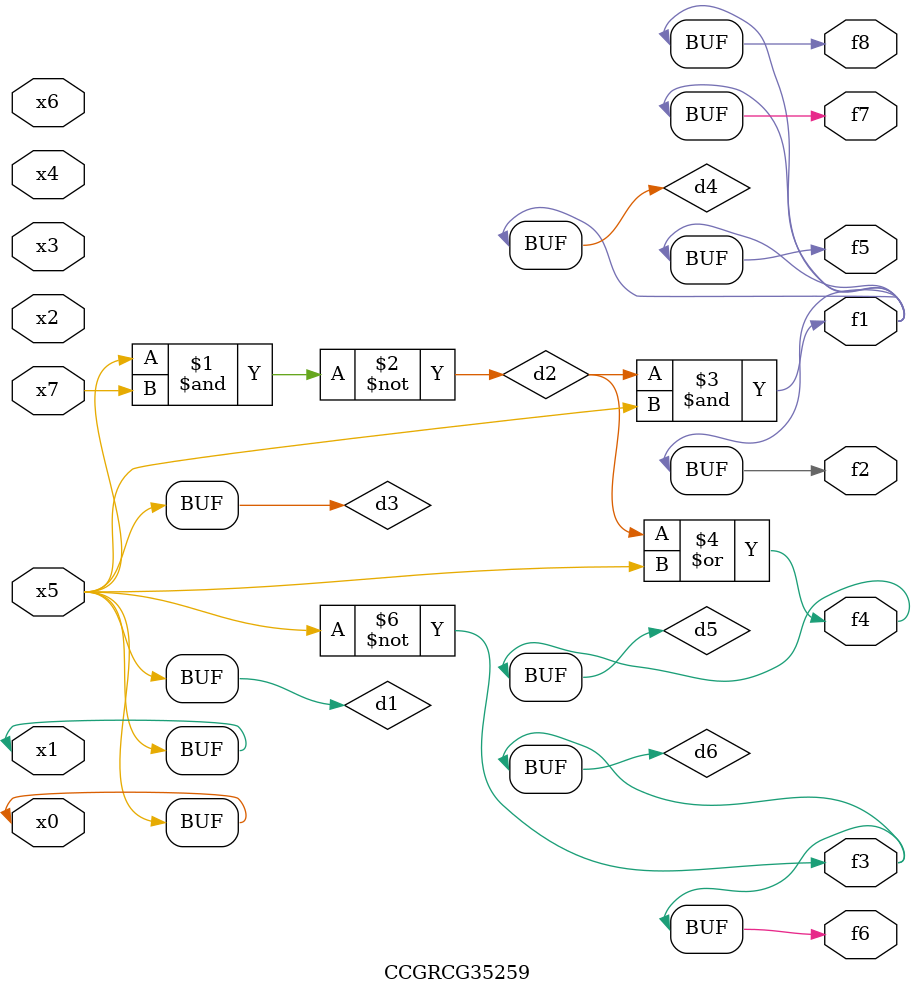
<source format=v>
module CCGRCG35259(
	input x0, x1, x2, x3, x4, x5, x6, x7,
	output f1, f2, f3, f4, f5, f6, f7, f8
);

	wire d1, d2, d3, d4, d5, d6;

	buf (d1, x0, x5);
	nand (d2, x5, x7);
	buf (d3, x0, x1);
	and (d4, d2, d3);
	or (d5, d2, d3);
	nor (d6, d1, d3);
	assign f1 = d4;
	assign f2 = d4;
	assign f3 = d6;
	assign f4 = d5;
	assign f5 = d4;
	assign f6 = d6;
	assign f7 = d4;
	assign f8 = d4;
endmodule

</source>
